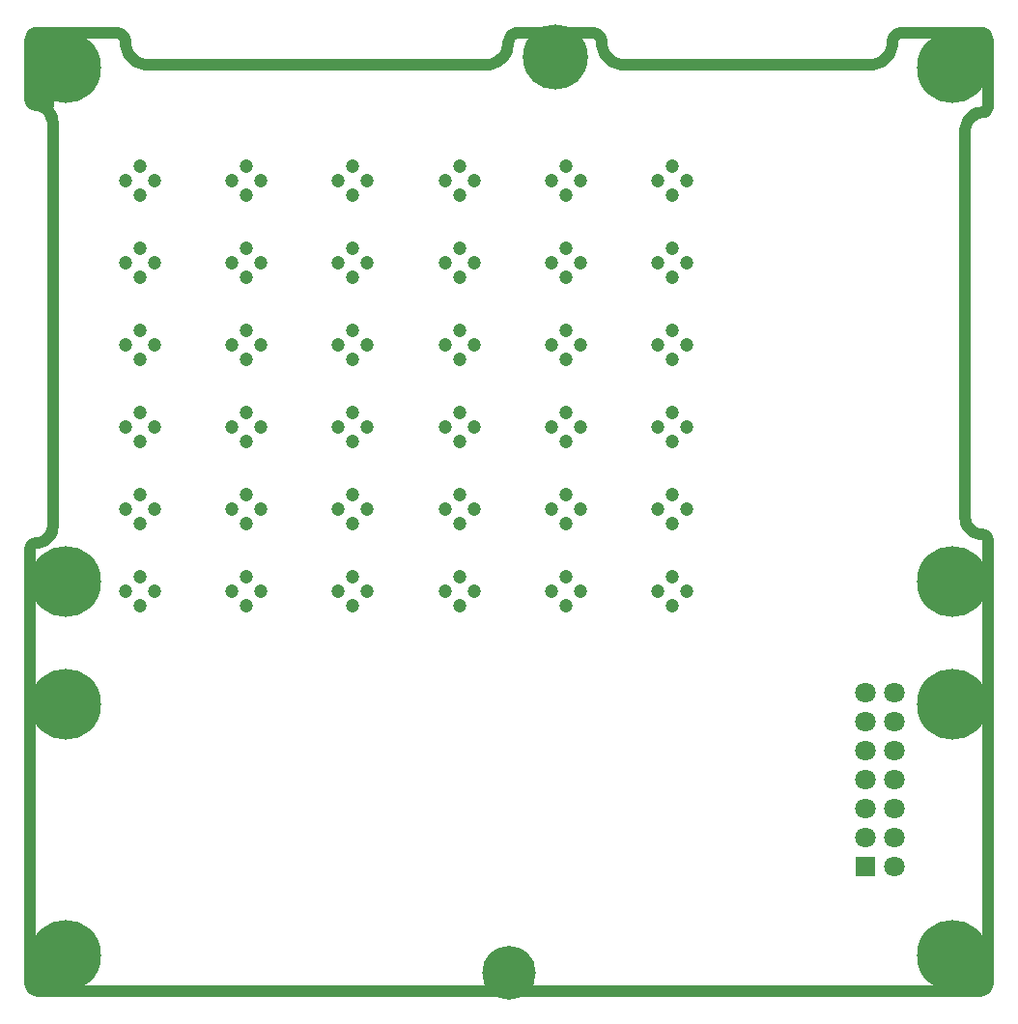
<source format=gbr>
G04*
G04 #@! TF.GenerationSoftware,Altium Limited,Altium Designer,24.1.2 (44)*
G04*
G04 Layer_Color=8388736*
%FSLAX44Y44*%
%MOMM*%
G71*
G04*
G04 #@! TF.SameCoordinates,7063218E-08D0-4567-B5BB-7BB6D4F1FEFB*
G04*
G04*
G04 #@! TF.FilePolarity,Negative*
G04*
G01*
G75*
%ADD14C,1.0000*%
%ADD15R,2.4048X2.1138*%
%ADD16R,2.3705X2.6588*%
%ADD17R,2.2408X6.7228*%
%ADD18R,2.4892X2.2352*%
%ADD19C,0.8032*%
%ADD20C,4.7032*%
%ADD21C,1.1032*%
%ADD22C,5.7032*%
%ADD23C,1.4032*%
%ADD24C,6.2032*%
%ADD25C,1.2032*%
%ADD26C,1.8032*%
%ADD27R,1.8032X1.8032*%
D14*
X840010Y775040D02*
X842476Y775702D01*
X844286Y777503D01*
X844961Y779965D01*
X10000Y397390D02*
X7522Y396727D01*
X5707Y394914D01*
X5040Y392436D01*
X25040Y766130D02*
X24812Y768742D01*
X24133Y771274D01*
X23025Y773650D01*
X21521Y775798D01*
X19668Y777651D01*
X17520Y779155D01*
X15144Y780263D01*
X12612Y780941D01*
X10000Y781170D01*
X839967Y775040D02*
X837364Y774807D01*
X834841Y774127D01*
X832474Y773021D01*
X830334Y771522D01*
X828485Y769674D01*
X826985Y767535D01*
X825877Y765168D01*
X825195Y762646D01*
X824961Y760043D01*
X506260Y836000D02*
X506423Y833515D01*
X506909Y831072D01*
X507709Y828714D01*
X508811Y826480D01*
X510195Y824409D01*
X511837Y822537D01*
X513709Y820895D01*
X515780Y819511D01*
X518014Y818409D01*
X520372Y817609D01*
X522815Y817123D01*
X525300Y816960D01*
X5040Y786130D02*
X5705Y783650D01*
X7520Y781834D01*
X10000Y781170D01*
X838011Y5040D02*
X840669Y5572D01*
X842923Y7080D01*
X844429Y9334D01*
X844960Y11992D01*
X433300Y844960D02*
X430982Y844655D01*
X428823Y843761D01*
X426967Y842339D01*
X425543Y840485D01*
X424647Y838326D01*
X424340Y836009D01*
X88960D02*
X88653Y838324D01*
X87759Y840482D01*
X86337Y842335D01*
X84484Y843757D01*
X82327Y844653D01*
X80011Y844960D01*
X506260Y836009D02*
X505953Y838326D01*
X505057Y840485D01*
X503633Y842339D01*
X501777Y843761D01*
X499618Y844655D01*
X497300Y844960D01*
X5040Y11989D02*
X5572Y9331D01*
X7080Y7078D01*
X9334Y5571D01*
X11992Y5040D01*
X10000Y397390D02*
X12612Y397618D01*
X15144Y398297D01*
X17520Y399405D01*
X19668Y400909D01*
X21521Y402762D01*
X23025Y404910D01*
X24133Y407286D01*
X24812Y409818D01*
X25040Y412430D01*
X770000Y844960D02*
X767682Y844655D01*
X765523Y843761D01*
X763667Y842339D01*
X762243Y840485D01*
X761347Y838326D01*
X761040Y836009D01*
X824960Y420000D02*
X825189Y417388D01*
X825867Y414856D01*
X826975Y412480D01*
X828479Y410332D01*
X830332Y408479D01*
X832480Y406975D01*
X834856Y405867D01*
X837388Y405188D01*
X840000Y404960D01*
X405300Y816960D02*
X407785Y817123D01*
X410228Y817609D01*
X412586Y818409D01*
X414820Y819511D01*
X416891Y820895D01*
X418763Y822537D01*
X420405Y824409D01*
X421789Y826480D01*
X422891Y828714D01*
X423691Y831072D01*
X424177Y833515D01*
X424340Y836000D01*
X88960D02*
X89123Y833515D01*
X89609Y831072D01*
X90409Y828714D01*
X91511Y826480D01*
X92895Y824409D01*
X94537Y822537D01*
X96409Y820895D01*
X98480Y819511D01*
X100714Y818409D01*
X103072Y817609D01*
X105515Y817123D01*
X108000Y816960D01*
X11992Y844960D02*
X9331Y844428D01*
X7076Y842919D01*
X5569Y840662D01*
X5040Y838000D01*
X844960D02*
X844430Y840664D01*
X842922Y842922D01*
X840664Y844430D01*
X838000Y844960D01*
X742000Y816960D02*
X744485Y817123D01*
X746928Y817609D01*
X749286Y818409D01*
X751520Y819511D01*
X753591Y820895D01*
X755463Y822537D01*
X757105Y824409D01*
X758489Y826480D01*
X759591Y828714D01*
X760391Y831072D01*
X760877Y833515D01*
X761040Y836000D01*
X844960Y400000D02*
X844296Y402480D01*
X842480Y404296D01*
X840000Y404960D01*
X770000Y844960D02*
X838000D01*
X844960Y12016D02*
X844960Y400000D01*
X844960Y780099D02*
Y838000D01*
X525300Y816960D02*
X742000D01*
X25040Y412430D02*
Y766130D01*
X824960Y420000D02*
Y759903D01*
X433300Y844960D02*
X497300D01*
X5040Y12012D02*
X5040Y392427D01*
X12004Y844960D02*
X79977Y844960D01*
X12016Y5040D02*
X837988Y5040D01*
X5040Y786130D02*
Y838000D01*
X108000Y816960D02*
X405300D01*
D15*
X833968Y14577D02*
D03*
D16*
X834140Y832698D02*
D03*
D17*
X15212Y812378D02*
D03*
D18*
X15240Y16510D02*
D03*
D19*
X443698Y845000D02*
D03*
X457698D02*
D03*
X471698D02*
D03*
X485698D02*
D03*
X499694Y844649D02*
D03*
X506867Y832626D02*
D03*
X514549Y820922D02*
D03*
X527989Y817000D02*
D03*
X541989D02*
D03*
X555989D02*
D03*
X569989D02*
D03*
X583989D02*
D03*
X597989D02*
D03*
X611989D02*
D03*
X625989D02*
D03*
X639989D02*
D03*
X653989D02*
D03*
X667989D02*
D03*
X681989D02*
D03*
X695989D02*
D03*
X709989D02*
D03*
X723989D02*
D03*
X737989D02*
D03*
X751625Y820170D02*
D03*
X760086Y831324D02*
D03*
X765980Y844023D02*
D03*
X779946Y845000D02*
D03*
X793945D02*
D03*
X807945D02*
D03*
X821945D02*
D03*
X835945D02*
D03*
X845000Y834322D02*
D03*
Y820322D02*
D03*
Y806322D02*
D03*
Y792322D02*
D03*
X844688Y778326D02*
D03*
X832680Y771128D02*
D03*
X825438Y759147D02*
D03*
X825000Y745153D02*
D03*
Y731153D02*
D03*
Y717153D02*
D03*
Y703154D02*
D03*
Y689154D02*
D03*
Y675154D02*
D03*
Y661153D02*
D03*
Y647153D02*
D03*
Y633153D02*
D03*
Y619154D02*
D03*
Y605154D02*
D03*
Y591153D02*
D03*
Y577154D02*
D03*
Y563153D02*
D03*
Y549154D02*
D03*
Y535154D02*
D03*
Y521153D02*
D03*
Y507154D02*
D03*
Y493153D02*
D03*
Y479154D02*
D03*
Y465154D02*
D03*
Y451153D02*
D03*
Y437154D02*
D03*
X825135Y423154D02*
D03*
X830854Y410376D02*
D03*
X843212Y403795D02*
D03*
X845000Y389910D02*
D03*
Y375910D02*
D03*
Y361910D02*
D03*
Y347910D02*
D03*
Y333910D02*
D03*
Y319910D02*
D03*
Y305910D02*
D03*
Y291910D02*
D03*
Y277910D02*
D03*
X845000Y263910D02*
D03*
Y249910D02*
D03*
Y235910D02*
D03*
Y221910D02*
D03*
Y207910D02*
D03*
Y193910D02*
D03*
Y179910D02*
D03*
Y165910D02*
D03*
Y151910D02*
D03*
X845000Y137910D02*
D03*
Y123910D02*
D03*
Y109910D02*
D03*
Y95910D02*
D03*
Y81910D02*
D03*
Y67910D02*
D03*
Y53910D02*
D03*
Y39910D02*
D03*
Y25910D02*
D03*
X844996Y11910D02*
D03*
X832820Y5000D02*
D03*
X818820D02*
D03*
X804820D02*
D03*
X790820D02*
D03*
X776820D02*
D03*
X762820D02*
D03*
X748820D02*
D03*
X734820D02*
D03*
X720820D02*
D03*
X706820D02*
D03*
X692820D02*
D03*
X678820D02*
D03*
X664820D02*
D03*
X650820D02*
D03*
X636820D02*
D03*
X622820D02*
D03*
X608820D02*
D03*
X594820D02*
D03*
X580820D02*
D03*
X566820D02*
D03*
X552820Y5000D02*
D03*
X538820D02*
D03*
X524820D02*
D03*
X510820D02*
D03*
X496820D02*
D03*
X482820D02*
D03*
X468820D02*
D03*
X454820D02*
D03*
X398820D02*
D03*
X384820D02*
D03*
X370820D02*
D03*
X356820D02*
D03*
X342820D02*
D03*
X328820D02*
D03*
X314820D02*
D03*
X300820D02*
D03*
X286820D02*
D03*
X272820Y5000D02*
D03*
X258820D02*
D03*
X244820D02*
D03*
X230820D02*
D03*
X216820D02*
D03*
X202820D02*
D03*
X188820D02*
D03*
X174820D02*
D03*
X160820D02*
D03*
X146820D02*
D03*
X132820D02*
D03*
X118820D02*
D03*
X104820D02*
D03*
X90820D02*
D03*
X76820D02*
D03*
X62820D02*
D03*
X48820D02*
D03*
X34820D02*
D03*
X20820D02*
D03*
X6982Y7125D02*
D03*
X5000Y20984D02*
D03*
Y34984D02*
D03*
Y48984D02*
D03*
Y62984D02*
D03*
Y76984D02*
D03*
Y90984D02*
D03*
Y104984D02*
D03*
Y118984D02*
D03*
Y132984D02*
D03*
Y146984D02*
D03*
Y160984D02*
D03*
Y174984D02*
D03*
Y188984D02*
D03*
Y202984D02*
D03*
Y216984D02*
D03*
Y230984D02*
D03*
Y244984D02*
D03*
Y258984D02*
D03*
Y272984D02*
D03*
Y286984D02*
D03*
Y300984D02*
D03*
Y314984D02*
D03*
Y328984D02*
D03*
Y342984D02*
D03*
Y356984D02*
D03*
Y370984D02*
D03*
Y384984D02*
D03*
X10583Y397822D02*
D03*
X21777Y406231D02*
D03*
X25000Y419855D02*
D03*
Y433855D02*
D03*
Y447855D02*
D03*
Y461855D02*
D03*
Y475855D02*
D03*
Y489855D02*
D03*
Y503855D02*
D03*
Y517855D02*
D03*
Y531855D02*
D03*
Y545855D02*
D03*
Y559855D02*
D03*
Y573855D02*
D03*
Y587855D02*
D03*
Y601855D02*
D03*
Y615855D02*
D03*
Y629855D02*
D03*
Y643855D02*
D03*
Y657855D02*
D03*
Y671855D02*
D03*
Y685855D02*
D03*
Y699855D02*
D03*
Y713855D02*
D03*
Y727855D02*
D03*
Y741855D02*
D03*
Y755855D02*
D03*
X23223Y769742D02*
D03*
X13392Y779709D02*
D03*
X5000Y790915D02*
D03*
Y804915D02*
D03*
Y818915D02*
D03*
Y832915D02*
D03*
X12067Y845000D02*
D03*
X26067D02*
D03*
X40067Y845000D02*
D03*
X54067D02*
D03*
X68067Y845000D02*
D03*
X82065Y844748D02*
D03*
X89513Y832894D02*
D03*
X97029Y821082D02*
D03*
X110421Y817000D02*
D03*
X124420D02*
D03*
X138420D02*
D03*
X152421D02*
D03*
X166420D02*
D03*
X180420D02*
D03*
X194421D02*
D03*
X208421D02*
D03*
X222421D02*
D03*
X236420D02*
D03*
X250420D02*
D03*
X264421D02*
D03*
X278421D02*
D03*
X292421D02*
D03*
X306420D02*
D03*
X320420D02*
D03*
X334421D02*
D03*
X348420D02*
D03*
X362421D02*
D03*
X376421D02*
D03*
X390420D02*
D03*
X404421Y817014D02*
D03*
X417475Y822071D02*
D03*
X424061Y834425D02*
D03*
X433227Y845007D02*
D03*
D20*
X425000Y21000D02*
D03*
D21*
X481465Y807835D02*
D03*
X449136D02*
D03*
Y840164D02*
D03*
X481465D02*
D03*
X488160Y824000D02*
D03*
X465300Y801140D02*
D03*
X442440Y824000D02*
D03*
X465300Y846860D02*
D03*
D22*
Y824000D02*
D03*
D23*
X52165Y19835D02*
D03*
X19835D02*
D03*
Y52165D02*
D03*
X52165D02*
D03*
X58860Y36000D02*
D03*
X36000Y13140D02*
D03*
X13140Y36000D02*
D03*
X36000Y58860D02*
D03*
X830164Y239835D02*
D03*
X797835D02*
D03*
Y272164D02*
D03*
X830164D02*
D03*
X836860Y256000D02*
D03*
X814000Y233140D02*
D03*
X791140Y256000D02*
D03*
X814000Y278860D02*
D03*
X36000Y836860D02*
D03*
X13140Y814000D02*
D03*
X36000Y791140D02*
D03*
X58860Y814000D02*
D03*
X52165Y830164D02*
D03*
X19835D02*
D03*
Y797835D02*
D03*
X52165D02*
D03*
X36000Y278860D02*
D03*
X13140Y256000D02*
D03*
X36000Y233140D02*
D03*
X58860Y256000D02*
D03*
X52165Y272164D02*
D03*
X19835D02*
D03*
Y239835D02*
D03*
X52165D02*
D03*
Y347836D02*
D03*
X19835D02*
D03*
Y380164D02*
D03*
X52165D02*
D03*
X58860Y364000D02*
D03*
X36000Y341140D02*
D03*
X13140Y364000D02*
D03*
X36000Y386860D02*
D03*
X830164Y797835D02*
D03*
X797835D02*
D03*
Y830164D02*
D03*
X830164D02*
D03*
X836860Y814000D02*
D03*
X814000Y791140D02*
D03*
X791140Y814000D02*
D03*
X814000Y836860D02*
D03*
Y386860D02*
D03*
X791140Y364000D02*
D03*
X814000Y341140D02*
D03*
X836860Y364000D02*
D03*
X830164Y380164D02*
D03*
X797835D02*
D03*
Y347836D02*
D03*
X830164D02*
D03*
Y19835D02*
D03*
X797835D02*
D03*
Y52165D02*
D03*
X830164D02*
D03*
X836860Y36000D02*
D03*
X814000Y13140D02*
D03*
X791140Y36000D02*
D03*
X814000Y58860D02*
D03*
D24*
X36000Y36000D02*
D03*
X814000Y256000D02*
D03*
X36000Y814000D02*
D03*
Y256000D02*
D03*
Y364000D02*
D03*
X814000Y814000D02*
D03*
Y364000D02*
D03*
Y36000D02*
D03*
D25*
X555400Y427000D02*
D03*
X568100Y439700D02*
D03*
Y414300D02*
D03*
X580800Y427000D02*
D03*
X555400Y355000D02*
D03*
X568100Y367700D02*
D03*
Y342300D02*
D03*
X580800Y355000D02*
D03*
X462060D02*
D03*
X474760Y367700D02*
D03*
Y342300D02*
D03*
X487460Y355000D02*
D03*
X368720Y427000D02*
D03*
X381420Y439700D02*
D03*
Y414300D02*
D03*
X394120Y427000D02*
D03*
X462060D02*
D03*
X474760Y439700D02*
D03*
Y414300D02*
D03*
X487460Y427000D02*
D03*
X368720Y355000D02*
D03*
X381420Y367700D02*
D03*
Y342300D02*
D03*
X394120Y355000D02*
D03*
X275380D02*
D03*
X288080Y367700D02*
D03*
Y342300D02*
D03*
X300780Y355000D02*
D03*
X275380Y427000D02*
D03*
X288080Y439700D02*
D03*
Y414300D02*
D03*
X300780Y427000D02*
D03*
X275380Y499000D02*
D03*
X288080Y511700D02*
D03*
Y486300D02*
D03*
X300780Y499000D02*
D03*
X368720D02*
D03*
X381420Y511700D02*
D03*
Y486300D02*
D03*
X394120Y499000D02*
D03*
X462060D02*
D03*
X474760Y511700D02*
D03*
Y486300D02*
D03*
X487460Y499000D02*
D03*
X555400D02*
D03*
X568100Y511700D02*
D03*
Y486300D02*
D03*
X580800Y499000D02*
D03*
X555400Y571000D02*
D03*
X568100Y583700D02*
D03*
Y558300D02*
D03*
X580800Y571000D02*
D03*
X462060D02*
D03*
X474760Y583700D02*
D03*
Y558300D02*
D03*
X487460Y571000D02*
D03*
X368720D02*
D03*
X381420Y583700D02*
D03*
Y558300D02*
D03*
X394120Y571000D02*
D03*
X275380D02*
D03*
X288080Y583700D02*
D03*
Y558300D02*
D03*
X300780Y571000D02*
D03*
X182040D02*
D03*
X194740Y583700D02*
D03*
Y558300D02*
D03*
X207440Y571000D02*
D03*
X182040Y499000D02*
D03*
X194740Y511700D02*
D03*
Y486300D02*
D03*
X207440Y499000D02*
D03*
X182040Y427000D02*
D03*
X194740Y439700D02*
D03*
Y414300D02*
D03*
X207440Y427000D02*
D03*
X182040Y355000D02*
D03*
X194740Y367700D02*
D03*
Y342300D02*
D03*
X207440Y355000D02*
D03*
X88700D02*
D03*
X101400Y367700D02*
D03*
Y342300D02*
D03*
X114100Y355000D02*
D03*
X88700Y427000D02*
D03*
X101400Y439700D02*
D03*
Y414300D02*
D03*
X114100Y427000D02*
D03*
X88700Y499000D02*
D03*
X101400Y511700D02*
D03*
Y486300D02*
D03*
X114100Y499000D02*
D03*
X88700Y571000D02*
D03*
X101400Y583700D02*
D03*
Y558300D02*
D03*
X114100Y571000D02*
D03*
X182040Y643000D02*
D03*
X194740Y655700D02*
D03*
Y630300D02*
D03*
X207440Y643000D02*
D03*
X275380D02*
D03*
X288080Y655700D02*
D03*
Y630300D02*
D03*
X300780Y643000D02*
D03*
X368720D02*
D03*
X381420Y655700D02*
D03*
Y630300D02*
D03*
X394120Y643000D02*
D03*
X462060D02*
D03*
X474760Y655700D02*
D03*
Y630300D02*
D03*
X487460Y643000D02*
D03*
X580800D02*
D03*
X568100Y630300D02*
D03*
Y655700D02*
D03*
X555400Y643000D02*
D03*
Y715000D02*
D03*
X568100Y727700D02*
D03*
Y702300D02*
D03*
X580800Y715000D02*
D03*
X462060D02*
D03*
X474760Y727700D02*
D03*
Y702300D02*
D03*
X487460Y715000D02*
D03*
X368720D02*
D03*
X381420Y727700D02*
D03*
Y702300D02*
D03*
X394120Y715000D02*
D03*
X275380D02*
D03*
X288080Y727700D02*
D03*
Y702300D02*
D03*
X300780Y715000D02*
D03*
X182040D02*
D03*
X194740Y727700D02*
D03*
Y702300D02*
D03*
X207440Y715000D02*
D03*
X88700D02*
D03*
X101400Y727700D02*
D03*
Y702300D02*
D03*
X114100Y715000D02*
D03*
X88700Y643000D02*
D03*
X101400Y655700D02*
D03*
Y630300D02*
D03*
X114100Y643000D02*
D03*
D26*
X762700Y113800D02*
D03*
Y139200D02*
D03*
Y164600D02*
D03*
Y190000D02*
D03*
Y215400D02*
D03*
Y240800D02*
D03*
Y266200D02*
D03*
X737300Y139200D02*
D03*
Y164600D02*
D03*
Y190000D02*
D03*
Y215400D02*
D03*
Y240800D02*
D03*
Y266200D02*
D03*
D27*
Y113800D02*
D03*
M02*

</source>
